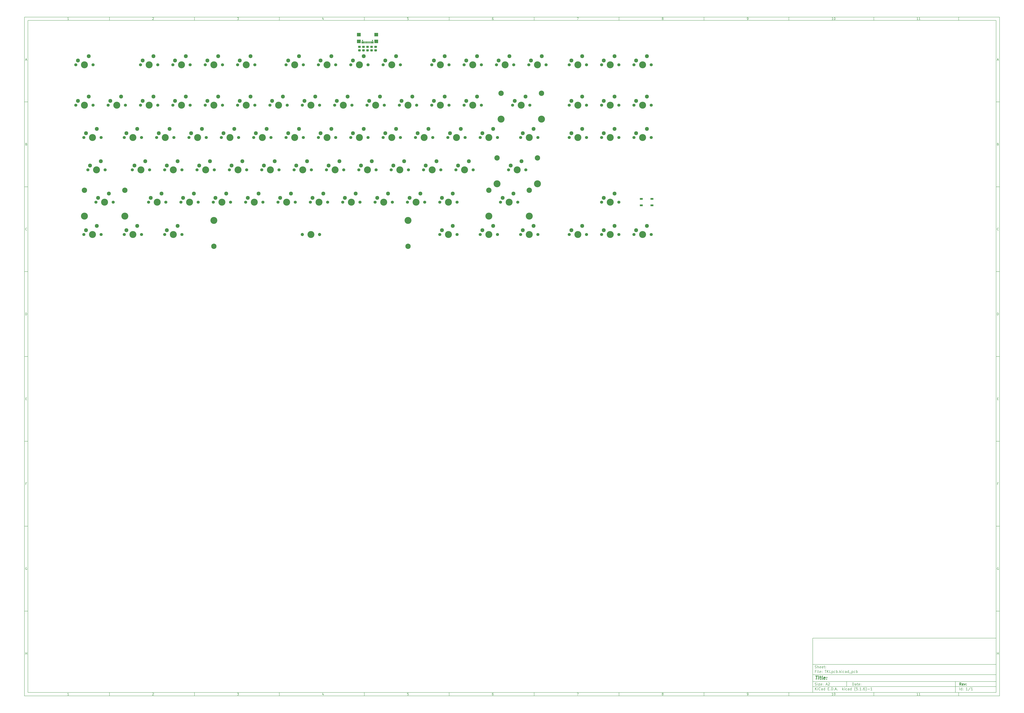
<source format=gbr>
%TF.GenerationSoftware,KiCad,Pcbnew,(5.1.6)-1*%
%TF.CreationDate,2020-07-25T19:19:23-04:00*%
%TF.ProjectId,TKLpcb,544b4c70-6362-42e6-9b69-6361645f7063,rev?*%
%TF.SameCoordinates,Original*%
%TF.FileFunction,Soldermask,Top*%
%TF.FilePolarity,Negative*%
%FSLAX46Y46*%
G04 Gerber Fmt 4.6, Leading zero omitted, Abs format (unit mm)*
G04 Created by KiCad (PCBNEW (5.1.6)-1) date 2020-07-25 19:19:23*
%MOMM*%
%LPD*%
G01*
G04 APERTURE LIST*
%ADD10C,0.100000*%
%ADD11C,0.150000*%
%ADD12C,0.300000*%
%ADD13C,0.400000*%
%ADD14R,1.800000X1.100000*%
%ADD15C,1.800000*%
%ADD16C,4.100000*%
%ADD17C,2.300000*%
%ADD18C,4.087800*%
%ADD19C,1.850000*%
%ADD20C,3.148000*%
%ADD21C,3.150000*%
%ADD22C,0.750000*%
%ADD23R,2.280000X2.100000*%
%ADD24R,0.400000X1.250000*%
%ADD25R,0.700000X1.250000*%
G04 APERTURE END LIST*
D10*
D11*
X474004400Y-375989000D02*
X474004400Y-407989000D01*
X582004400Y-407989000D01*
X582004400Y-375989000D01*
X474004400Y-375989000D01*
D10*
D11*
X10000000Y-10000000D02*
X10000000Y-409989000D01*
X584004400Y-409989000D01*
X584004400Y-10000000D01*
X10000000Y-10000000D01*
D10*
D11*
X12000000Y-12000000D02*
X12000000Y-407989000D01*
X582004400Y-407989000D01*
X582004400Y-12000000D01*
X12000000Y-12000000D01*
D10*
D11*
X60000000Y-12000000D02*
X60000000Y-10000000D01*
D10*
D11*
X110000000Y-12000000D02*
X110000000Y-10000000D01*
D10*
D11*
X160000000Y-12000000D02*
X160000000Y-10000000D01*
D10*
D11*
X210000000Y-12000000D02*
X210000000Y-10000000D01*
D10*
D11*
X260000000Y-12000000D02*
X260000000Y-10000000D01*
D10*
D11*
X310000000Y-12000000D02*
X310000000Y-10000000D01*
D10*
D11*
X360000000Y-12000000D02*
X360000000Y-10000000D01*
D10*
D11*
X410000000Y-12000000D02*
X410000000Y-10000000D01*
D10*
D11*
X460000000Y-12000000D02*
X460000000Y-10000000D01*
D10*
D11*
X510000000Y-12000000D02*
X510000000Y-10000000D01*
D10*
D11*
X560000000Y-12000000D02*
X560000000Y-10000000D01*
D10*
D11*
X36065476Y-11588095D02*
X35322619Y-11588095D01*
X35694047Y-11588095D02*
X35694047Y-10288095D01*
X35570238Y-10473809D01*
X35446428Y-10597619D01*
X35322619Y-10659523D01*
D10*
D11*
X85322619Y-10411904D02*
X85384523Y-10350000D01*
X85508333Y-10288095D01*
X85817857Y-10288095D01*
X85941666Y-10350000D01*
X86003571Y-10411904D01*
X86065476Y-10535714D01*
X86065476Y-10659523D01*
X86003571Y-10845238D01*
X85260714Y-11588095D01*
X86065476Y-11588095D01*
D10*
D11*
X135260714Y-10288095D02*
X136065476Y-10288095D01*
X135632142Y-10783333D01*
X135817857Y-10783333D01*
X135941666Y-10845238D01*
X136003571Y-10907142D01*
X136065476Y-11030952D01*
X136065476Y-11340476D01*
X136003571Y-11464285D01*
X135941666Y-11526190D01*
X135817857Y-11588095D01*
X135446428Y-11588095D01*
X135322619Y-11526190D01*
X135260714Y-11464285D01*
D10*
D11*
X185941666Y-10721428D02*
X185941666Y-11588095D01*
X185632142Y-10226190D02*
X185322619Y-11154761D01*
X186127380Y-11154761D01*
D10*
D11*
X236003571Y-10288095D02*
X235384523Y-10288095D01*
X235322619Y-10907142D01*
X235384523Y-10845238D01*
X235508333Y-10783333D01*
X235817857Y-10783333D01*
X235941666Y-10845238D01*
X236003571Y-10907142D01*
X236065476Y-11030952D01*
X236065476Y-11340476D01*
X236003571Y-11464285D01*
X235941666Y-11526190D01*
X235817857Y-11588095D01*
X235508333Y-11588095D01*
X235384523Y-11526190D01*
X235322619Y-11464285D01*
D10*
D11*
X285941666Y-10288095D02*
X285694047Y-10288095D01*
X285570238Y-10350000D01*
X285508333Y-10411904D01*
X285384523Y-10597619D01*
X285322619Y-10845238D01*
X285322619Y-11340476D01*
X285384523Y-11464285D01*
X285446428Y-11526190D01*
X285570238Y-11588095D01*
X285817857Y-11588095D01*
X285941666Y-11526190D01*
X286003571Y-11464285D01*
X286065476Y-11340476D01*
X286065476Y-11030952D01*
X286003571Y-10907142D01*
X285941666Y-10845238D01*
X285817857Y-10783333D01*
X285570238Y-10783333D01*
X285446428Y-10845238D01*
X285384523Y-10907142D01*
X285322619Y-11030952D01*
D10*
D11*
X335260714Y-10288095D02*
X336127380Y-10288095D01*
X335570238Y-11588095D01*
D10*
D11*
X385570238Y-10845238D02*
X385446428Y-10783333D01*
X385384523Y-10721428D01*
X385322619Y-10597619D01*
X385322619Y-10535714D01*
X385384523Y-10411904D01*
X385446428Y-10350000D01*
X385570238Y-10288095D01*
X385817857Y-10288095D01*
X385941666Y-10350000D01*
X386003571Y-10411904D01*
X386065476Y-10535714D01*
X386065476Y-10597619D01*
X386003571Y-10721428D01*
X385941666Y-10783333D01*
X385817857Y-10845238D01*
X385570238Y-10845238D01*
X385446428Y-10907142D01*
X385384523Y-10969047D01*
X385322619Y-11092857D01*
X385322619Y-11340476D01*
X385384523Y-11464285D01*
X385446428Y-11526190D01*
X385570238Y-11588095D01*
X385817857Y-11588095D01*
X385941666Y-11526190D01*
X386003571Y-11464285D01*
X386065476Y-11340476D01*
X386065476Y-11092857D01*
X386003571Y-10969047D01*
X385941666Y-10907142D01*
X385817857Y-10845238D01*
D10*
D11*
X435446428Y-11588095D02*
X435694047Y-11588095D01*
X435817857Y-11526190D01*
X435879761Y-11464285D01*
X436003571Y-11278571D01*
X436065476Y-11030952D01*
X436065476Y-10535714D01*
X436003571Y-10411904D01*
X435941666Y-10350000D01*
X435817857Y-10288095D01*
X435570238Y-10288095D01*
X435446428Y-10350000D01*
X435384523Y-10411904D01*
X435322619Y-10535714D01*
X435322619Y-10845238D01*
X435384523Y-10969047D01*
X435446428Y-11030952D01*
X435570238Y-11092857D01*
X435817857Y-11092857D01*
X435941666Y-11030952D01*
X436003571Y-10969047D01*
X436065476Y-10845238D01*
D10*
D11*
X486065476Y-11588095D02*
X485322619Y-11588095D01*
X485694047Y-11588095D02*
X485694047Y-10288095D01*
X485570238Y-10473809D01*
X485446428Y-10597619D01*
X485322619Y-10659523D01*
X486870238Y-10288095D02*
X486994047Y-10288095D01*
X487117857Y-10350000D01*
X487179761Y-10411904D01*
X487241666Y-10535714D01*
X487303571Y-10783333D01*
X487303571Y-11092857D01*
X487241666Y-11340476D01*
X487179761Y-11464285D01*
X487117857Y-11526190D01*
X486994047Y-11588095D01*
X486870238Y-11588095D01*
X486746428Y-11526190D01*
X486684523Y-11464285D01*
X486622619Y-11340476D01*
X486560714Y-11092857D01*
X486560714Y-10783333D01*
X486622619Y-10535714D01*
X486684523Y-10411904D01*
X486746428Y-10350000D01*
X486870238Y-10288095D01*
D10*
D11*
X536065476Y-11588095D02*
X535322619Y-11588095D01*
X535694047Y-11588095D02*
X535694047Y-10288095D01*
X535570238Y-10473809D01*
X535446428Y-10597619D01*
X535322619Y-10659523D01*
X537303571Y-11588095D02*
X536560714Y-11588095D01*
X536932142Y-11588095D02*
X536932142Y-10288095D01*
X536808333Y-10473809D01*
X536684523Y-10597619D01*
X536560714Y-10659523D01*
D10*
D11*
X60000000Y-407989000D02*
X60000000Y-409989000D01*
D10*
D11*
X110000000Y-407989000D02*
X110000000Y-409989000D01*
D10*
D11*
X160000000Y-407989000D02*
X160000000Y-409989000D01*
D10*
D11*
X210000000Y-407989000D02*
X210000000Y-409989000D01*
D10*
D11*
X260000000Y-407989000D02*
X260000000Y-409989000D01*
D10*
D11*
X310000000Y-407989000D02*
X310000000Y-409989000D01*
D10*
D11*
X360000000Y-407989000D02*
X360000000Y-409989000D01*
D10*
D11*
X410000000Y-407989000D02*
X410000000Y-409989000D01*
D10*
D11*
X460000000Y-407989000D02*
X460000000Y-409989000D01*
D10*
D11*
X510000000Y-407989000D02*
X510000000Y-409989000D01*
D10*
D11*
X560000000Y-407989000D02*
X560000000Y-409989000D01*
D10*
D11*
X36065476Y-409577095D02*
X35322619Y-409577095D01*
X35694047Y-409577095D02*
X35694047Y-408277095D01*
X35570238Y-408462809D01*
X35446428Y-408586619D01*
X35322619Y-408648523D01*
D10*
D11*
X85322619Y-408400904D02*
X85384523Y-408339000D01*
X85508333Y-408277095D01*
X85817857Y-408277095D01*
X85941666Y-408339000D01*
X86003571Y-408400904D01*
X86065476Y-408524714D01*
X86065476Y-408648523D01*
X86003571Y-408834238D01*
X85260714Y-409577095D01*
X86065476Y-409577095D01*
D10*
D11*
X135260714Y-408277095D02*
X136065476Y-408277095D01*
X135632142Y-408772333D01*
X135817857Y-408772333D01*
X135941666Y-408834238D01*
X136003571Y-408896142D01*
X136065476Y-409019952D01*
X136065476Y-409329476D01*
X136003571Y-409453285D01*
X135941666Y-409515190D01*
X135817857Y-409577095D01*
X135446428Y-409577095D01*
X135322619Y-409515190D01*
X135260714Y-409453285D01*
D10*
D11*
X185941666Y-408710428D02*
X185941666Y-409577095D01*
X185632142Y-408215190D02*
X185322619Y-409143761D01*
X186127380Y-409143761D01*
D10*
D11*
X236003571Y-408277095D02*
X235384523Y-408277095D01*
X235322619Y-408896142D01*
X235384523Y-408834238D01*
X235508333Y-408772333D01*
X235817857Y-408772333D01*
X235941666Y-408834238D01*
X236003571Y-408896142D01*
X236065476Y-409019952D01*
X236065476Y-409329476D01*
X236003571Y-409453285D01*
X235941666Y-409515190D01*
X235817857Y-409577095D01*
X235508333Y-409577095D01*
X235384523Y-409515190D01*
X235322619Y-409453285D01*
D10*
D11*
X285941666Y-408277095D02*
X285694047Y-408277095D01*
X285570238Y-408339000D01*
X285508333Y-408400904D01*
X285384523Y-408586619D01*
X285322619Y-408834238D01*
X285322619Y-409329476D01*
X285384523Y-409453285D01*
X285446428Y-409515190D01*
X285570238Y-409577095D01*
X285817857Y-409577095D01*
X285941666Y-409515190D01*
X286003571Y-409453285D01*
X286065476Y-409329476D01*
X286065476Y-409019952D01*
X286003571Y-408896142D01*
X285941666Y-408834238D01*
X285817857Y-408772333D01*
X285570238Y-408772333D01*
X285446428Y-408834238D01*
X285384523Y-408896142D01*
X285322619Y-409019952D01*
D10*
D11*
X335260714Y-408277095D02*
X336127380Y-408277095D01*
X335570238Y-409577095D01*
D10*
D11*
X385570238Y-408834238D02*
X385446428Y-408772333D01*
X385384523Y-408710428D01*
X385322619Y-408586619D01*
X385322619Y-408524714D01*
X385384523Y-408400904D01*
X385446428Y-408339000D01*
X385570238Y-408277095D01*
X385817857Y-408277095D01*
X385941666Y-408339000D01*
X386003571Y-408400904D01*
X386065476Y-408524714D01*
X386065476Y-408586619D01*
X386003571Y-408710428D01*
X385941666Y-408772333D01*
X385817857Y-408834238D01*
X385570238Y-408834238D01*
X385446428Y-408896142D01*
X385384523Y-408958047D01*
X385322619Y-409081857D01*
X385322619Y-409329476D01*
X385384523Y-409453285D01*
X385446428Y-409515190D01*
X385570238Y-409577095D01*
X385817857Y-409577095D01*
X385941666Y-409515190D01*
X386003571Y-409453285D01*
X386065476Y-409329476D01*
X386065476Y-409081857D01*
X386003571Y-408958047D01*
X385941666Y-408896142D01*
X385817857Y-408834238D01*
D10*
D11*
X435446428Y-409577095D02*
X435694047Y-409577095D01*
X435817857Y-409515190D01*
X435879761Y-409453285D01*
X436003571Y-409267571D01*
X436065476Y-409019952D01*
X436065476Y-408524714D01*
X436003571Y-408400904D01*
X435941666Y-408339000D01*
X435817857Y-408277095D01*
X435570238Y-408277095D01*
X435446428Y-408339000D01*
X435384523Y-408400904D01*
X435322619Y-408524714D01*
X435322619Y-408834238D01*
X435384523Y-408958047D01*
X435446428Y-409019952D01*
X435570238Y-409081857D01*
X435817857Y-409081857D01*
X435941666Y-409019952D01*
X436003571Y-408958047D01*
X436065476Y-408834238D01*
D10*
D11*
X486065476Y-409577095D02*
X485322619Y-409577095D01*
X485694047Y-409577095D02*
X485694047Y-408277095D01*
X485570238Y-408462809D01*
X485446428Y-408586619D01*
X485322619Y-408648523D01*
X486870238Y-408277095D02*
X486994047Y-408277095D01*
X487117857Y-408339000D01*
X487179761Y-408400904D01*
X487241666Y-408524714D01*
X487303571Y-408772333D01*
X487303571Y-409081857D01*
X487241666Y-409329476D01*
X487179761Y-409453285D01*
X487117857Y-409515190D01*
X486994047Y-409577095D01*
X486870238Y-409577095D01*
X486746428Y-409515190D01*
X486684523Y-409453285D01*
X486622619Y-409329476D01*
X486560714Y-409081857D01*
X486560714Y-408772333D01*
X486622619Y-408524714D01*
X486684523Y-408400904D01*
X486746428Y-408339000D01*
X486870238Y-408277095D01*
D10*
D11*
X536065476Y-409577095D02*
X535322619Y-409577095D01*
X535694047Y-409577095D02*
X535694047Y-408277095D01*
X535570238Y-408462809D01*
X535446428Y-408586619D01*
X535322619Y-408648523D01*
X537303571Y-409577095D02*
X536560714Y-409577095D01*
X536932142Y-409577095D02*
X536932142Y-408277095D01*
X536808333Y-408462809D01*
X536684523Y-408586619D01*
X536560714Y-408648523D01*
D10*
D11*
X10000000Y-60000000D02*
X12000000Y-60000000D01*
D10*
D11*
X10000000Y-110000000D02*
X12000000Y-110000000D01*
D10*
D11*
X10000000Y-160000000D02*
X12000000Y-160000000D01*
D10*
D11*
X10000000Y-210000000D02*
X12000000Y-210000000D01*
D10*
D11*
X10000000Y-260000000D02*
X12000000Y-260000000D01*
D10*
D11*
X10000000Y-310000000D02*
X12000000Y-310000000D01*
D10*
D11*
X10000000Y-360000000D02*
X12000000Y-360000000D01*
D10*
D11*
X10690476Y-35216666D02*
X11309523Y-35216666D01*
X10566666Y-35588095D02*
X11000000Y-34288095D01*
X11433333Y-35588095D01*
D10*
D11*
X11092857Y-84907142D02*
X11278571Y-84969047D01*
X11340476Y-85030952D01*
X11402380Y-85154761D01*
X11402380Y-85340476D01*
X11340476Y-85464285D01*
X11278571Y-85526190D01*
X11154761Y-85588095D01*
X10659523Y-85588095D01*
X10659523Y-84288095D01*
X11092857Y-84288095D01*
X11216666Y-84350000D01*
X11278571Y-84411904D01*
X11340476Y-84535714D01*
X11340476Y-84659523D01*
X11278571Y-84783333D01*
X11216666Y-84845238D01*
X11092857Y-84907142D01*
X10659523Y-84907142D01*
D10*
D11*
X11402380Y-135464285D02*
X11340476Y-135526190D01*
X11154761Y-135588095D01*
X11030952Y-135588095D01*
X10845238Y-135526190D01*
X10721428Y-135402380D01*
X10659523Y-135278571D01*
X10597619Y-135030952D01*
X10597619Y-134845238D01*
X10659523Y-134597619D01*
X10721428Y-134473809D01*
X10845238Y-134350000D01*
X11030952Y-134288095D01*
X11154761Y-134288095D01*
X11340476Y-134350000D01*
X11402380Y-134411904D01*
D10*
D11*
X10659523Y-185588095D02*
X10659523Y-184288095D01*
X10969047Y-184288095D01*
X11154761Y-184350000D01*
X11278571Y-184473809D01*
X11340476Y-184597619D01*
X11402380Y-184845238D01*
X11402380Y-185030952D01*
X11340476Y-185278571D01*
X11278571Y-185402380D01*
X11154761Y-185526190D01*
X10969047Y-185588095D01*
X10659523Y-185588095D01*
D10*
D11*
X10721428Y-234907142D02*
X11154761Y-234907142D01*
X11340476Y-235588095D02*
X10721428Y-235588095D01*
X10721428Y-234288095D01*
X11340476Y-234288095D01*
D10*
D11*
X11185714Y-284907142D02*
X10752380Y-284907142D01*
X10752380Y-285588095D02*
X10752380Y-284288095D01*
X11371428Y-284288095D01*
D10*
D11*
X11340476Y-334350000D02*
X11216666Y-334288095D01*
X11030952Y-334288095D01*
X10845238Y-334350000D01*
X10721428Y-334473809D01*
X10659523Y-334597619D01*
X10597619Y-334845238D01*
X10597619Y-335030952D01*
X10659523Y-335278571D01*
X10721428Y-335402380D01*
X10845238Y-335526190D01*
X11030952Y-335588095D01*
X11154761Y-335588095D01*
X11340476Y-335526190D01*
X11402380Y-335464285D01*
X11402380Y-335030952D01*
X11154761Y-335030952D01*
D10*
D11*
X10628571Y-385588095D02*
X10628571Y-384288095D01*
X10628571Y-384907142D02*
X11371428Y-384907142D01*
X11371428Y-385588095D02*
X11371428Y-384288095D01*
D10*
D11*
X584004400Y-60000000D02*
X582004400Y-60000000D01*
D10*
D11*
X584004400Y-110000000D02*
X582004400Y-110000000D01*
D10*
D11*
X584004400Y-160000000D02*
X582004400Y-160000000D01*
D10*
D11*
X584004400Y-210000000D02*
X582004400Y-210000000D01*
D10*
D11*
X584004400Y-260000000D02*
X582004400Y-260000000D01*
D10*
D11*
X584004400Y-310000000D02*
X582004400Y-310000000D01*
D10*
D11*
X584004400Y-360000000D02*
X582004400Y-360000000D01*
D10*
D11*
X582694876Y-35216666D02*
X583313923Y-35216666D01*
X582571066Y-35588095D02*
X583004400Y-34288095D01*
X583437733Y-35588095D01*
D10*
D11*
X583097257Y-84907142D02*
X583282971Y-84969047D01*
X583344876Y-85030952D01*
X583406780Y-85154761D01*
X583406780Y-85340476D01*
X583344876Y-85464285D01*
X583282971Y-85526190D01*
X583159161Y-85588095D01*
X582663923Y-85588095D01*
X582663923Y-84288095D01*
X583097257Y-84288095D01*
X583221066Y-84350000D01*
X583282971Y-84411904D01*
X583344876Y-84535714D01*
X583344876Y-84659523D01*
X583282971Y-84783333D01*
X583221066Y-84845238D01*
X583097257Y-84907142D01*
X582663923Y-84907142D01*
D10*
D11*
X583406780Y-135464285D02*
X583344876Y-135526190D01*
X583159161Y-135588095D01*
X583035352Y-135588095D01*
X582849638Y-135526190D01*
X582725828Y-135402380D01*
X582663923Y-135278571D01*
X582602019Y-135030952D01*
X582602019Y-134845238D01*
X582663923Y-134597619D01*
X582725828Y-134473809D01*
X582849638Y-134350000D01*
X583035352Y-134288095D01*
X583159161Y-134288095D01*
X583344876Y-134350000D01*
X583406780Y-134411904D01*
D10*
D11*
X582663923Y-185588095D02*
X582663923Y-184288095D01*
X582973447Y-184288095D01*
X583159161Y-184350000D01*
X583282971Y-184473809D01*
X583344876Y-184597619D01*
X583406780Y-184845238D01*
X583406780Y-185030952D01*
X583344876Y-185278571D01*
X583282971Y-185402380D01*
X583159161Y-185526190D01*
X582973447Y-185588095D01*
X582663923Y-185588095D01*
D10*
D11*
X582725828Y-234907142D02*
X583159161Y-234907142D01*
X583344876Y-235588095D02*
X582725828Y-235588095D01*
X582725828Y-234288095D01*
X583344876Y-234288095D01*
D10*
D11*
X583190114Y-284907142D02*
X582756780Y-284907142D01*
X582756780Y-285588095D02*
X582756780Y-284288095D01*
X583375828Y-284288095D01*
D10*
D11*
X583344876Y-334350000D02*
X583221066Y-334288095D01*
X583035352Y-334288095D01*
X582849638Y-334350000D01*
X582725828Y-334473809D01*
X582663923Y-334597619D01*
X582602019Y-334845238D01*
X582602019Y-335030952D01*
X582663923Y-335278571D01*
X582725828Y-335402380D01*
X582849638Y-335526190D01*
X583035352Y-335588095D01*
X583159161Y-335588095D01*
X583344876Y-335526190D01*
X583406780Y-335464285D01*
X583406780Y-335030952D01*
X583159161Y-335030952D01*
D10*
D11*
X582632971Y-385588095D02*
X582632971Y-384288095D01*
X582632971Y-384907142D02*
X583375828Y-384907142D01*
X583375828Y-385588095D02*
X583375828Y-384288095D01*
D10*
D11*
X497436542Y-403767571D02*
X497436542Y-402267571D01*
X497793685Y-402267571D01*
X498007971Y-402339000D01*
X498150828Y-402481857D01*
X498222257Y-402624714D01*
X498293685Y-402910428D01*
X498293685Y-403124714D01*
X498222257Y-403410428D01*
X498150828Y-403553285D01*
X498007971Y-403696142D01*
X497793685Y-403767571D01*
X497436542Y-403767571D01*
X499579400Y-403767571D02*
X499579400Y-402981857D01*
X499507971Y-402839000D01*
X499365114Y-402767571D01*
X499079400Y-402767571D01*
X498936542Y-402839000D01*
X499579400Y-403696142D02*
X499436542Y-403767571D01*
X499079400Y-403767571D01*
X498936542Y-403696142D01*
X498865114Y-403553285D01*
X498865114Y-403410428D01*
X498936542Y-403267571D01*
X499079400Y-403196142D01*
X499436542Y-403196142D01*
X499579400Y-403124714D01*
X500079400Y-402767571D02*
X500650828Y-402767571D01*
X500293685Y-402267571D02*
X500293685Y-403553285D01*
X500365114Y-403696142D01*
X500507971Y-403767571D01*
X500650828Y-403767571D01*
X501722257Y-403696142D02*
X501579400Y-403767571D01*
X501293685Y-403767571D01*
X501150828Y-403696142D01*
X501079400Y-403553285D01*
X501079400Y-402981857D01*
X501150828Y-402839000D01*
X501293685Y-402767571D01*
X501579400Y-402767571D01*
X501722257Y-402839000D01*
X501793685Y-402981857D01*
X501793685Y-403124714D01*
X501079400Y-403267571D01*
X502436542Y-403624714D02*
X502507971Y-403696142D01*
X502436542Y-403767571D01*
X502365114Y-403696142D01*
X502436542Y-403624714D01*
X502436542Y-403767571D01*
X502436542Y-402839000D02*
X502507971Y-402910428D01*
X502436542Y-402981857D01*
X502365114Y-402910428D01*
X502436542Y-402839000D01*
X502436542Y-402981857D01*
D10*
D11*
X474004400Y-404489000D02*
X582004400Y-404489000D01*
D10*
D11*
X475436542Y-406567571D02*
X475436542Y-405067571D01*
X476293685Y-406567571D02*
X475650828Y-405710428D01*
X476293685Y-405067571D02*
X475436542Y-405924714D01*
X476936542Y-406567571D02*
X476936542Y-405567571D01*
X476936542Y-405067571D02*
X476865114Y-405139000D01*
X476936542Y-405210428D01*
X477007971Y-405139000D01*
X476936542Y-405067571D01*
X476936542Y-405210428D01*
X478507971Y-406424714D02*
X478436542Y-406496142D01*
X478222257Y-406567571D01*
X478079400Y-406567571D01*
X477865114Y-406496142D01*
X477722257Y-406353285D01*
X477650828Y-406210428D01*
X477579400Y-405924714D01*
X477579400Y-405710428D01*
X477650828Y-405424714D01*
X477722257Y-405281857D01*
X477865114Y-405139000D01*
X478079400Y-405067571D01*
X478222257Y-405067571D01*
X478436542Y-405139000D01*
X478507971Y-405210428D01*
X479793685Y-406567571D02*
X479793685Y-405781857D01*
X479722257Y-405639000D01*
X479579400Y-405567571D01*
X479293685Y-405567571D01*
X479150828Y-405639000D01*
X479793685Y-406496142D02*
X479650828Y-406567571D01*
X479293685Y-406567571D01*
X479150828Y-406496142D01*
X479079400Y-406353285D01*
X479079400Y-406210428D01*
X479150828Y-406067571D01*
X479293685Y-405996142D01*
X479650828Y-405996142D01*
X479793685Y-405924714D01*
X481150828Y-406567571D02*
X481150828Y-405067571D01*
X481150828Y-406496142D02*
X481007971Y-406567571D01*
X480722257Y-406567571D01*
X480579400Y-406496142D01*
X480507971Y-406424714D01*
X480436542Y-406281857D01*
X480436542Y-405853285D01*
X480507971Y-405710428D01*
X480579400Y-405639000D01*
X480722257Y-405567571D01*
X481007971Y-405567571D01*
X481150828Y-405639000D01*
X483007971Y-405781857D02*
X483507971Y-405781857D01*
X483722257Y-406567571D02*
X483007971Y-406567571D01*
X483007971Y-405067571D01*
X483722257Y-405067571D01*
X484365114Y-406424714D02*
X484436542Y-406496142D01*
X484365114Y-406567571D01*
X484293685Y-406496142D01*
X484365114Y-406424714D01*
X484365114Y-406567571D01*
X485079400Y-406567571D02*
X485079400Y-405067571D01*
X485436542Y-405067571D01*
X485650828Y-405139000D01*
X485793685Y-405281857D01*
X485865114Y-405424714D01*
X485936542Y-405710428D01*
X485936542Y-405924714D01*
X485865114Y-406210428D01*
X485793685Y-406353285D01*
X485650828Y-406496142D01*
X485436542Y-406567571D01*
X485079400Y-406567571D01*
X486579400Y-406424714D02*
X486650828Y-406496142D01*
X486579400Y-406567571D01*
X486507971Y-406496142D01*
X486579400Y-406424714D01*
X486579400Y-406567571D01*
X487222257Y-406139000D02*
X487936542Y-406139000D01*
X487079400Y-406567571D02*
X487579400Y-405067571D01*
X488079400Y-406567571D01*
X488579400Y-406424714D02*
X488650828Y-406496142D01*
X488579400Y-406567571D01*
X488507971Y-406496142D01*
X488579400Y-406424714D01*
X488579400Y-406567571D01*
X491579400Y-406567571D02*
X491579400Y-405067571D01*
X491722257Y-405996142D02*
X492150828Y-406567571D01*
X492150828Y-405567571D02*
X491579400Y-406139000D01*
X492793685Y-406567571D02*
X492793685Y-405567571D01*
X492793685Y-405067571D02*
X492722257Y-405139000D01*
X492793685Y-405210428D01*
X492865114Y-405139000D01*
X492793685Y-405067571D01*
X492793685Y-405210428D01*
X494150828Y-406496142D02*
X494007971Y-406567571D01*
X493722257Y-406567571D01*
X493579400Y-406496142D01*
X493507971Y-406424714D01*
X493436542Y-406281857D01*
X493436542Y-405853285D01*
X493507971Y-405710428D01*
X493579400Y-405639000D01*
X493722257Y-405567571D01*
X494007971Y-405567571D01*
X494150828Y-405639000D01*
X495436542Y-406567571D02*
X495436542Y-405781857D01*
X495365114Y-405639000D01*
X495222257Y-405567571D01*
X494936542Y-405567571D01*
X494793685Y-405639000D01*
X495436542Y-406496142D02*
X495293685Y-406567571D01*
X494936542Y-406567571D01*
X494793685Y-406496142D01*
X494722257Y-406353285D01*
X494722257Y-406210428D01*
X494793685Y-406067571D01*
X494936542Y-405996142D01*
X495293685Y-405996142D01*
X495436542Y-405924714D01*
X496793685Y-406567571D02*
X496793685Y-405067571D01*
X496793685Y-406496142D02*
X496650828Y-406567571D01*
X496365114Y-406567571D01*
X496222257Y-406496142D01*
X496150828Y-406424714D01*
X496079400Y-406281857D01*
X496079400Y-405853285D01*
X496150828Y-405710428D01*
X496222257Y-405639000D01*
X496365114Y-405567571D01*
X496650828Y-405567571D01*
X496793685Y-405639000D01*
X499079400Y-407139000D02*
X499007971Y-407067571D01*
X498865114Y-406853285D01*
X498793685Y-406710428D01*
X498722257Y-406496142D01*
X498650828Y-406139000D01*
X498650828Y-405853285D01*
X498722257Y-405496142D01*
X498793685Y-405281857D01*
X498865114Y-405139000D01*
X499007971Y-404924714D01*
X499079400Y-404853285D01*
X500365114Y-405067571D02*
X499650828Y-405067571D01*
X499579400Y-405781857D01*
X499650828Y-405710428D01*
X499793685Y-405639000D01*
X500150828Y-405639000D01*
X500293685Y-405710428D01*
X500365114Y-405781857D01*
X500436542Y-405924714D01*
X500436542Y-406281857D01*
X500365114Y-406424714D01*
X500293685Y-406496142D01*
X500150828Y-406567571D01*
X499793685Y-406567571D01*
X499650828Y-406496142D01*
X499579400Y-406424714D01*
X501079400Y-406424714D02*
X501150828Y-406496142D01*
X501079400Y-406567571D01*
X501007971Y-406496142D01*
X501079400Y-406424714D01*
X501079400Y-406567571D01*
X502579400Y-406567571D02*
X501722257Y-406567571D01*
X502150828Y-406567571D02*
X502150828Y-405067571D01*
X502007971Y-405281857D01*
X501865114Y-405424714D01*
X501722257Y-405496142D01*
X503222257Y-406424714D02*
X503293685Y-406496142D01*
X503222257Y-406567571D01*
X503150828Y-406496142D01*
X503222257Y-406424714D01*
X503222257Y-406567571D01*
X504579400Y-405067571D02*
X504293685Y-405067571D01*
X504150828Y-405139000D01*
X504079400Y-405210428D01*
X503936542Y-405424714D01*
X503865114Y-405710428D01*
X503865114Y-406281857D01*
X503936542Y-406424714D01*
X504007971Y-406496142D01*
X504150828Y-406567571D01*
X504436542Y-406567571D01*
X504579400Y-406496142D01*
X504650828Y-406424714D01*
X504722257Y-406281857D01*
X504722257Y-405924714D01*
X504650828Y-405781857D01*
X504579400Y-405710428D01*
X504436542Y-405639000D01*
X504150828Y-405639000D01*
X504007971Y-405710428D01*
X503936542Y-405781857D01*
X503865114Y-405924714D01*
X505222257Y-407139000D02*
X505293685Y-407067571D01*
X505436542Y-406853285D01*
X505507971Y-406710428D01*
X505579400Y-406496142D01*
X505650828Y-406139000D01*
X505650828Y-405853285D01*
X505579400Y-405496142D01*
X505507971Y-405281857D01*
X505436542Y-405139000D01*
X505293685Y-404924714D01*
X505222257Y-404853285D01*
X506365114Y-405996142D02*
X507507971Y-405996142D01*
X509007971Y-406567571D02*
X508150828Y-406567571D01*
X508579400Y-406567571D02*
X508579400Y-405067571D01*
X508436542Y-405281857D01*
X508293685Y-405424714D01*
X508150828Y-405496142D01*
D10*
D11*
X474004400Y-401489000D02*
X582004400Y-401489000D01*
D10*
D12*
X561413685Y-403767571D02*
X560913685Y-403053285D01*
X560556542Y-403767571D02*
X560556542Y-402267571D01*
X561127971Y-402267571D01*
X561270828Y-402339000D01*
X561342257Y-402410428D01*
X561413685Y-402553285D01*
X561413685Y-402767571D01*
X561342257Y-402910428D01*
X561270828Y-402981857D01*
X561127971Y-403053285D01*
X560556542Y-403053285D01*
X562627971Y-403696142D02*
X562485114Y-403767571D01*
X562199400Y-403767571D01*
X562056542Y-403696142D01*
X561985114Y-403553285D01*
X561985114Y-402981857D01*
X562056542Y-402839000D01*
X562199400Y-402767571D01*
X562485114Y-402767571D01*
X562627971Y-402839000D01*
X562699400Y-402981857D01*
X562699400Y-403124714D01*
X561985114Y-403267571D01*
X563199400Y-402767571D02*
X563556542Y-403767571D01*
X563913685Y-402767571D01*
X564485114Y-403624714D02*
X564556542Y-403696142D01*
X564485114Y-403767571D01*
X564413685Y-403696142D01*
X564485114Y-403624714D01*
X564485114Y-403767571D01*
X564485114Y-402839000D02*
X564556542Y-402910428D01*
X564485114Y-402981857D01*
X564413685Y-402910428D01*
X564485114Y-402839000D01*
X564485114Y-402981857D01*
D10*
D11*
X475365114Y-403696142D02*
X475579400Y-403767571D01*
X475936542Y-403767571D01*
X476079400Y-403696142D01*
X476150828Y-403624714D01*
X476222257Y-403481857D01*
X476222257Y-403339000D01*
X476150828Y-403196142D01*
X476079400Y-403124714D01*
X475936542Y-403053285D01*
X475650828Y-402981857D01*
X475507971Y-402910428D01*
X475436542Y-402839000D01*
X475365114Y-402696142D01*
X475365114Y-402553285D01*
X475436542Y-402410428D01*
X475507971Y-402339000D01*
X475650828Y-402267571D01*
X476007971Y-402267571D01*
X476222257Y-402339000D01*
X476865114Y-403767571D02*
X476865114Y-402767571D01*
X476865114Y-402267571D02*
X476793685Y-402339000D01*
X476865114Y-402410428D01*
X476936542Y-402339000D01*
X476865114Y-402267571D01*
X476865114Y-402410428D01*
X477436542Y-402767571D02*
X478222257Y-402767571D01*
X477436542Y-403767571D01*
X478222257Y-403767571D01*
X479365114Y-403696142D02*
X479222257Y-403767571D01*
X478936542Y-403767571D01*
X478793685Y-403696142D01*
X478722257Y-403553285D01*
X478722257Y-402981857D01*
X478793685Y-402839000D01*
X478936542Y-402767571D01*
X479222257Y-402767571D01*
X479365114Y-402839000D01*
X479436542Y-402981857D01*
X479436542Y-403124714D01*
X478722257Y-403267571D01*
X480079400Y-403624714D02*
X480150828Y-403696142D01*
X480079400Y-403767571D01*
X480007971Y-403696142D01*
X480079400Y-403624714D01*
X480079400Y-403767571D01*
X480079400Y-402839000D02*
X480150828Y-402910428D01*
X480079400Y-402981857D01*
X480007971Y-402910428D01*
X480079400Y-402839000D01*
X480079400Y-402981857D01*
X481865114Y-403339000D02*
X482579400Y-403339000D01*
X481722257Y-403767571D02*
X482222257Y-402267571D01*
X482722257Y-403767571D01*
X483150828Y-402410428D02*
X483222257Y-402339000D01*
X483365114Y-402267571D01*
X483722257Y-402267571D01*
X483865114Y-402339000D01*
X483936542Y-402410428D01*
X484007971Y-402553285D01*
X484007971Y-402696142D01*
X483936542Y-402910428D01*
X483079400Y-403767571D01*
X484007971Y-403767571D01*
D10*
D11*
X560436542Y-406567571D02*
X560436542Y-405067571D01*
X561793685Y-406567571D02*
X561793685Y-405067571D01*
X561793685Y-406496142D02*
X561650828Y-406567571D01*
X561365114Y-406567571D01*
X561222257Y-406496142D01*
X561150828Y-406424714D01*
X561079400Y-406281857D01*
X561079400Y-405853285D01*
X561150828Y-405710428D01*
X561222257Y-405639000D01*
X561365114Y-405567571D01*
X561650828Y-405567571D01*
X561793685Y-405639000D01*
X562507971Y-406424714D02*
X562579400Y-406496142D01*
X562507971Y-406567571D01*
X562436542Y-406496142D01*
X562507971Y-406424714D01*
X562507971Y-406567571D01*
X562507971Y-405639000D02*
X562579400Y-405710428D01*
X562507971Y-405781857D01*
X562436542Y-405710428D01*
X562507971Y-405639000D01*
X562507971Y-405781857D01*
X565150828Y-406567571D02*
X564293685Y-406567571D01*
X564722257Y-406567571D02*
X564722257Y-405067571D01*
X564579400Y-405281857D01*
X564436542Y-405424714D01*
X564293685Y-405496142D01*
X566865114Y-404996142D02*
X565579400Y-406924714D01*
X568150828Y-406567571D02*
X567293685Y-406567571D01*
X567722257Y-406567571D02*
X567722257Y-405067571D01*
X567579400Y-405281857D01*
X567436542Y-405424714D01*
X567293685Y-405496142D01*
D10*
D11*
X474004400Y-397489000D02*
X582004400Y-397489000D01*
D10*
D13*
X475716780Y-398193761D02*
X476859638Y-398193761D01*
X476038209Y-400193761D02*
X476288209Y-398193761D01*
X477276304Y-400193761D02*
X477442971Y-398860428D01*
X477526304Y-398193761D02*
X477419161Y-398289000D01*
X477502495Y-398384238D01*
X477609638Y-398289000D01*
X477526304Y-398193761D01*
X477502495Y-398384238D01*
X478109638Y-398860428D02*
X478871542Y-398860428D01*
X478478685Y-398193761D02*
X478264400Y-399908047D01*
X478335828Y-400098523D01*
X478514400Y-400193761D01*
X478704876Y-400193761D01*
X479657257Y-400193761D02*
X479478685Y-400098523D01*
X479407257Y-399908047D01*
X479621542Y-398193761D01*
X481192971Y-400098523D02*
X480990590Y-400193761D01*
X480609638Y-400193761D01*
X480431066Y-400098523D01*
X480359638Y-399908047D01*
X480454876Y-399146142D01*
X480573923Y-398955666D01*
X480776304Y-398860428D01*
X481157257Y-398860428D01*
X481335828Y-398955666D01*
X481407257Y-399146142D01*
X481383447Y-399336619D01*
X480407257Y-399527095D01*
X482157257Y-400003285D02*
X482240590Y-400098523D01*
X482133447Y-400193761D01*
X482050114Y-400098523D01*
X482157257Y-400003285D01*
X482133447Y-400193761D01*
X482288209Y-398955666D02*
X482371542Y-399050904D01*
X482264400Y-399146142D01*
X482181066Y-399050904D01*
X482288209Y-398955666D01*
X482264400Y-399146142D01*
D10*
D11*
X475936542Y-395581857D02*
X475436542Y-395581857D01*
X475436542Y-396367571D02*
X475436542Y-394867571D01*
X476150828Y-394867571D01*
X476722257Y-396367571D02*
X476722257Y-395367571D01*
X476722257Y-394867571D02*
X476650828Y-394939000D01*
X476722257Y-395010428D01*
X476793685Y-394939000D01*
X476722257Y-394867571D01*
X476722257Y-395010428D01*
X477650828Y-396367571D02*
X477507971Y-396296142D01*
X477436542Y-396153285D01*
X477436542Y-394867571D01*
X478793685Y-396296142D02*
X478650828Y-396367571D01*
X478365114Y-396367571D01*
X478222257Y-396296142D01*
X478150828Y-396153285D01*
X478150828Y-395581857D01*
X478222257Y-395439000D01*
X478365114Y-395367571D01*
X478650828Y-395367571D01*
X478793685Y-395439000D01*
X478865114Y-395581857D01*
X478865114Y-395724714D01*
X478150828Y-395867571D01*
X479507971Y-396224714D02*
X479579400Y-396296142D01*
X479507971Y-396367571D01*
X479436542Y-396296142D01*
X479507971Y-396224714D01*
X479507971Y-396367571D01*
X479507971Y-395439000D02*
X479579400Y-395510428D01*
X479507971Y-395581857D01*
X479436542Y-395510428D01*
X479507971Y-395439000D01*
X479507971Y-395581857D01*
X481150828Y-394867571D02*
X482007971Y-394867571D01*
X481579400Y-396367571D02*
X481579400Y-394867571D01*
X482507971Y-396367571D02*
X482507971Y-394867571D01*
X483365114Y-396367571D02*
X482722257Y-395510428D01*
X483365114Y-394867571D02*
X482507971Y-395724714D01*
X484722257Y-396367571D02*
X484007971Y-396367571D01*
X484007971Y-394867571D01*
X485222257Y-395367571D02*
X485222257Y-396867571D01*
X485222257Y-395439000D02*
X485365114Y-395367571D01*
X485650828Y-395367571D01*
X485793685Y-395439000D01*
X485865114Y-395510428D01*
X485936542Y-395653285D01*
X485936542Y-396081857D01*
X485865114Y-396224714D01*
X485793685Y-396296142D01*
X485650828Y-396367571D01*
X485365114Y-396367571D01*
X485222257Y-396296142D01*
X487222257Y-396296142D02*
X487079400Y-396367571D01*
X486793685Y-396367571D01*
X486650828Y-396296142D01*
X486579400Y-396224714D01*
X486507971Y-396081857D01*
X486507971Y-395653285D01*
X486579400Y-395510428D01*
X486650828Y-395439000D01*
X486793685Y-395367571D01*
X487079400Y-395367571D01*
X487222257Y-395439000D01*
X487865114Y-396367571D02*
X487865114Y-394867571D01*
X487865114Y-395439000D02*
X488007971Y-395367571D01*
X488293685Y-395367571D01*
X488436542Y-395439000D01*
X488507971Y-395510428D01*
X488579400Y-395653285D01*
X488579400Y-396081857D01*
X488507971Y-396224714D01*
X488436542Y-396296142D01*
X488293685Y-396367571D01*
X488007971Y-396367571D01*
X487865114Y-396296142D01*
X489222257Y-396224714D02*
X489293685Y-396296142D01*
X489222257Y-396367571D01*
X489150828Y-396296142D01*
X489222257Y-396224714D01*
X489222257Y-396367571D01*
X489936542Y-396367571D02*
X489936542Y-394867571D01*
X490079400Y-395796142D02*
X490507971Y-396367571D01*
X490507971Y-395367571D02*
X489936542Y-395939000D01*
X491150828Y-396367571D02*
X491150828Y-395367571D01*
X491150828Y-394867571D02*
X491079400Y-394939000D01*
X491150828Y-395010428D01*
X491222257Y-394939000D01*
X491150828Y-394867571D01*
X491150828Y-395010428D01*
X492507971Y-396296142D02*
X492365114Y-396367571D01*
X492079400Y-396367571D01*
X491936542Y-396296142D01*
X491865114Y-396224714D01*
X491793685Y-396081857D01*
X491793685Y-395653285D01*
X491865114Y-395510428D01*
X491936542Y-395439000D01*
X492079400Y-395367571D01*
X492365114Y-395367571D01*
X492507971Y-395439000D01*
X493793685Y-396367571D02*
X493793685Y-395581857D01*
X493722257Y-395439000D01*
X493579400Y-395367571D01*
X493293685Y-395367571D01*
X493150828Y-395439000D01*
X493793685Y-396296142D02*
X493650828Y-396367571D01*
X493293685Y-396367571D01*
X493150828Y-396296142D01*
X493079400Y-396153285D01*
X493079400Y-396010428D01*
X493150828Y-395867571D01*
X493293685Y-395796142D01*
X493650828Y-395796142D01*
X493793685Y-395724714D01*
X495150828Y-396367571D02*
X495150828Y-394867571D01*
X495150828Y-396296142D02*
X495007971Y-396367571D01*
X494722257Y-396367571D01*
X494579400Y-396296142D01*
X494507971Y-396224714D01*
X494436542Y-396081857D01*
X494436542Y-395653285D01*
X494507971Y-395510428D01*
X494579400Y-395439000D01*
X494722257Y-395367571D01*
X495007971Y-395367571D01*
X495150828Y-395439000D01*
X495507971Y-396510428D02*
X496650828Y-396510428D01*
X497007971Y-395367571D02*
X497007971Y-396867571D01*
X497007971Y-395439000D02*
X497150828Y-395367571D01*
X497436542Y-395367571D01*
X497579400Y-395439000D01*
X497650828Y-395510428D01*
X497722257Y-395653285D01*
X497722257Y-396081857D01*
X497650828Y-396224714D01*
X497579400Y-396296142D01*
X497436542Y-396367571D01*
X497150828Y-396367571D01*
X497007971Y-396296142D01*
X499007971Y-396296142D02*
X498865114Y-396367571D01*
X498579400Y-396367571D01*
X498436542Y-396296142D01*
X498365114Y-396224714D01*
X498293685Y-396081857D01*
X498293685Y-395653285D01*
X498365114Y-395510428D01*
X498436542Y-395439000D01*
X498579400Y-395367571D01*
X498865114Y-395367571D01*
X499007971Y-395439000D01*
X499650828Y-396367571D02*
X499650828Y-394867571D01*
X499650828Y-395439000D02*
X499793685Y-395367571D01*
X500079400Y-395367571D01*
X500222257Y-395439000D01*
X500293685Y-395510428D01*
X500365114Y-395653285D01*
X500365114Y-396081857D01*
X500293685Y-396224714D01*
X500222257Y-396296142D01*
X500079400Y-396367571D01*
X499793685Y-396367571D01*
X499650828Y-396296142D01*
D10*
D11*
X474004400Y-391489000D02*
X582004400Y-391489000D01*
D10*
D11*
X475365114Y-393596142D02*
X475579400Y-393667571D01*
X475936542Y-393667571D01*
X476079400Y-393596142D01*
X476150828Y-393524714D01*
X476222257Y-393381857D01*
X476222257Y-393239000D01*
X476150828Y-393096142D01*
X476079400Y-393024714D01*
X475936542Y-392953285D01*
X475650828Y-392881857D01*
X475507971Y-392810428D01*
X475436542Y-392739000D01*
X475365114Y-392596142D01*
X475365114Y-392453285D01*
X475436542Y-392310428D01*
X475507971Y-392239000D01*
X475650828Y-392167571D01*
X476007971Y-392167571D01*
X476222257Y-392239000D01*
X476865114Y-393667571D02*
X476865114Y-392167571D01*
X477507971Y-393667571D02*
X477507971Y-392881857D01*
X477436542Y-392739000D01*
X477293685Y-392667571D01*
X477079400Y-392667571D01*
X476936542Y-392739000D01*
X476865114Y-392810428D01*
X478793685Y-393596142D02*
X478650828Y-393667571D01*
X478365114Y-393667571D01*
X478222257Y-393596142D01*
X478150828Y-393453285D01*
X478150828Y-392881857D01*
X478222257Y-392739000D01*
X478365114Y-392667571D01*
X478650828Y-392667571D01*
X478793685Y-392739000D01*
X478865114Y-392881857D01*
X478865114Y-393024714D01*
X478150828Y-393167571D01*
X480079400Y-393596142D02*
X479936542Y-393667571D01*
X479650828Y-393667571D01*
X479507971Y-393596142D01*
X479436542Y-393453285D01*
X479436542Y-392881857D01*
X479507971Y-392739000D01*
X479650828Y-392667571D01*
X479936542Y-392667571D01*
X480079400Y-392739000D01*
X480150828Y-392881857D01*
X480150828Y-393024714D01*
X479436542Y-393167571D01*
X480579400Y-392667571D02*
X481150828Y-392667571D01*
X480793685Y-392167571D02*
X480793685Y-393453285D01*
X480865114Y-393596142D01*
X481007971Y-393667571D01*
X481150828Y-393667571D01*
X481650828Y-393524714D02*
X481722257Y-393596142D01*
X481650828Y-393667571D01*
X481579400Y-393596142D01*
X481650828Y-393524714D01*
X481650828Y-393667571D01*
X481650828Y-392739000D02*
X481722257Y-392810428D01*
X481650828Y-392881857D01*
X481579400Y-392810428D01*
X481650828Y-392739000D01*
X481650828Y-392881857D01*
D10*
D11*
X494004400Y-401489000D02*
X494004400Y-404489000D01*
D10*
D11*
X558004400Y-401489000D02*
X558004400Y-407989000D01*
D14*
%TO.C,SW1*%
X379388000Y-120962000D03*
X373088000Y-120962000D03*
X379388000Y-117162000D03*
X373088000Y-117162000D03*
%TD*%
D15*
%TO.C,K86*%
X378936000Y-138112000D03*
X368776000Y-138112000D03*
D16*
X373856000Y-138112000D03*
D17*
X370046000Y-135572000D03*
X376396000Y-133032000D03*
%TD*%
D15*
%TO.C,K85*%
X359886000Y-138112000D03*
X349726000Y-138112000D03*
D16*
X354806000Y-138112000D03*
D17*
X350996000Y-135572000D03*
X357346000Y-133032000D03*
%TD*%
D15*
%TO.C,K84*%
X340836000Y-138112000D03*
X330676000Y-138112000D03*
D16*
X335756000Y-138112000D03*
D17*
X331946000Y-135572000D03*
X338296000Y-133032000D03*
%TD*%
D15*
%TO.C,K83*%
X312261000Y-138112000D03*
X302101000Y-138112000D03*
D16*
X307181000Y-138112000D03*
D17*
X303371000Y-135572000D03*
X309721000Y-133032000D03*
%TD*%
D15*
%TO.C,K82*%
X288449000Y-138112000D03*
X278289000Y-138112000D03*
D16*
X283369000Y-138112000D03*
D17*
X279559000Y-135572000D03*
X285909000Y-133032000D03*
%TD*%
D15*
%TO.C,K81*%
X264636000Y-138112000D03*
X254476000Y-138112000D03*
D16*
X259556000Y-138112000D03*
D17*
X255746000Y-135572000D03*
X262096000Y-133032000D03*
%TD*%
D18*
%TO.C,K80*%
X178594000Y-138112000D03*
D19*
X173514000Y-138112000D03*
X183674000Y-138112000D03*
D20*
X121444000Y-145097000D03*
X235744000Y-145097000D03*
D18*
X121444000Y-129857000D03*
X235744000Y-129857000D03*
%TD*%
D15*
%TO.C,K79*%
X102711000Y-138112000D03*
X92551000Y-138112000D03*
D16*
X97631000Y-138112000D03*
D17*
X93821000Y-135572000D03*
X100171000Y-133032000D03*
%TD*%
D15*
%TO.C,K78*%
X78898800Y-138112000D03*
X68738800Y-138112000D03*
D16*
X73818800Y-138112000D03*
D17*
X70008800Y-135572000D03*
X76358800Y-133032000D03*
%TD*%
D15*
%TO.C,K77*%
X55086200Y-138112000D03*
X44926200Y-138112000D03*
D16*
X50006200Y-138112000D03*
D17*
X46196200Y-135572000D03*
X52546200Y-133032000D03*
%TD*%
D15*
%TO.C,K76*%
X359886000Y-119062000D03*
X349726000Y-119062000D03*
D16*
X354806000Y-119062000D03*
D17*
X350996000Y-116522000D03*
X357346000Y-113982000D03*
%TD*%
D21*
%TO.C,K75*%
X307175000Y-112062000D03*
X283375000Y-112062000D03*
D16*
X283375000Y-127302000D03*
X307175000Y-127302000D03*
D15*
X300355000Y-119062000D03*
X290195000Y-119062000D03*
D16*
X295275000Y-119062000D03*
D17*
X291465000Y-116522000D03*
X297815000Y-113982000D03*
%TD*%
D15*
%TO.C,K74*%
X264636000Y-119062000D03*
X254476000Y-119062000D03*
D16*
X259556000Y-119062000D03*
D17*
X255746000Y-116522000D03*
X262096000Y-113982000D03*
%TD*%
D15*
%TO.C,K73*%
X245586000Y-119062000D03*
X235426000Y-119062000D03*
D16*
X240506000Y-119062000D03*
D17*
X236696000Y-116522000D03*
X243046000Y-113982000D03*
%TD*%
D15*
%TO.C,K72*%
X226536000Y-119062000D03*
X216376000Y-119062000D03*
D16*
X221456000Y-119062000D03*
D17*
X217646000Y-116522000D03*
X223996000Y-113982000D03*
%TD*%
D15*
%TO.C,K71*%
X207486000Y-119062000D03*
X197326000Y-119062000D03*
D16*
X202406000Y-119062000D03*
D17*
X198596000Y-116522000D03*
X204946000Y-113982000D03*
%TD*%
D15*
%TO.C,K70*%
X188436000Y-119062000D03*
X178276000Y-119062000D03*
D16*
X183356000Y-119062000D03*
D17*
X179546000Y-116522000D03*
X185896000Y-113982000D03*
%TD*%
D15*
%TO.C,K69*%
X169386000Y-119062000D03*
X159226000Y-119062000D03*
D16*
X164306000Y-119062000D03*
D17*
X160496000Y-116522000D03*
X166846000Y-113982000D03*
%TD*%
D15*
%TO.C,K68*%
X150336000Y-119062000D03*
X140176000Y-119062000D03*
D16*
X145256000Y-119062000D03*
D17*
X141446000Y-116522000D03*
X147796000Y-113982000D03*
%TD*%
D15*
%TO.C,K67*%
X131286000Y-119062000D03*
X121126000Y-119062000D03*
D16*
X126206000Y-119062000D03*
D17*
X122396000Y-116522000D03*
X128746000Y-113982000D03*
%TD*%
D15*
%TO.C,K66*%
X112236000Y-119062000D03*
X102076000Y-119062000D03*
D16*
X107156000Y-119062000D03*
D17*
X103346000Y-116522000D03*
X109696000Y-113982000D03*
%TD*%
D15*
%TO.C,K65*%
X93186200Y-119062000D03*
X83026200Y-119062000D03*
D16*
X88106200Y-119062000D03*
D17*
X84296200Y-116522000D03*
X90646200Y-113982000D03*
%TD*%
D21*
%TO.C,K64*%
X69050000Y-112062000D03*
X45250000Y-112062000D03*
D16*
X45250000Y-127302000D03*
X69050000Y-127302000D03*
D15*
X62230000Y-119062000D03*
X52070000Y-119062000D03*
D16*
X57150000Y-119062000D03*
D17*
X53340000Y-116522000D03*
X59690000Y-113982000D03*
%TD*%
D21*
%TO.C,K63*%
X311938000Y-93012500D03*
X288138000Y-93012500D03*
D16*
X288138000Y-108252500D03*
X311938000Y-108252500D03*
D15*
X305118000Y-100012500D03*
X294958000Y-100012500D03*
D16*
X300038000Y-100012500D03*
D17*
X296228000Y-97472500D03*
X302578000Y-94932500D03*
%TD*%
D15*
%TO.C,K62*%
X274161000Y-100012500D03*
X264001000Y-100012500D03*
D16*
X269081000Y-100012500D03*
D17*
X265271000Y-97472500D03*
X271621000Y-94932500D03*
%TD*%
D15*
%TO.C,K61*%
X255111000Y-100012500D03*
X244951000Y-100012500D03*
D16*
X250031000Y-100012500D03*
D17*
X246221000Y-97472500D03*
X252571000Y-94932500D03*
%TD*%
D15*
%TO.C,K60*%
X236061000Y-100012500D03*
X225901000Y-100012500D03*
D16*
X230981000Y-100012500D03*
D17*
X227171000Y-97472500D03*
X233521000Y-94932500D03*
%TD*%
D15*
%TO.C,K59*%
X217011000Y-100012500D03*
X206851000Y-100012500D03*
D16*
X211931000Y-100012500D03*
D17*
X208121000Y-97472500D03*
X214471000Y-94932500D03*
%TD*%
D15*
%TO.C,K58*%
X197961000Y-100012500D03*
X187801000Y-100012500D03*
D16*
X192881000Y-100012500D03*
D17*
X189071000Y-97472500D03*
X195421000Y-94932500D03*
%TD*%
D15*
%TO.C,K57*%
X178911000Y-100012500D03*
X168751000Y-100012500D03*
D16*
X173831000Y-100012500D03*
D17*
X170021000Y-97472500D03*
X176371000Y-94932500D03*
%TD*%
D15*
%TO.C,K56*%
X159861000Y-100012500D03*
X149701000Y-100012500D03*
D16*
X154781000Y-100012500D03*
D17*
X150971000Y-97472500D03*
X157321000Y-94932500D03*
%TD*%
D15*
%TO.C,K55*%
X140811000Y-100012500D03*
X130651000Y-100012500D03*
D16*
X135731000Y-100012500D03*
D17*
X131921000Y-97472500D03*
X138271000Y-94932500D03*
%TD*%
D15*
%TO.C,K54*%
X121761000Y-100012500D03*
X111601000Y-100012500D03*
D16*
X116681000Y-100012500D03*
D17*
X112871000Y-97472500D03*
X119221000Y-94932500D03*
%TD*%
D15*
%TO.C,K53*%
X102711000Y-100012500D03*
X92551000Y-100012500D03*
D16*
X97631000Y-100012500D03*
D17*
X93821000Y-97472500D03*
X100171000Y-94932500D03*
%TD*%
D15*
%TO.C,K52*%
X83661200Y-100012500D03*
X73501200Y-100012500D03*
D16*
X78581200Y-100012500D03*
D17*
X74771200Y-97472500D03*
X81121200Y-94932500D03*
%TD*%
D15*
%TO.C,K51*%
X57467500Y-100012500D03*
X47307500Y-100012500D03*
D16*
X52387500Y-100012500D03*
D17*
X48577500Y-97472500D03*
X54927500Y-94932500D03*
%TD*%
D15*
%TO.C,K50*%
X378936000Y-80962500D03*
X368776000Y-80962500D03*
D16*
X373856000Y-80962500D03*
D17*
X370046000Y-78422500D03*
X376396000Y-75882500D03*
%TD*%
D15*
%TO.C,K49*%
X359886000Y-80962500D03*
X349726000Y-80962500D03*
D16*
X354806000Y-80962500D03*
D17*
X350996000Y-78422500D03*
X357346000Y-75882500D03*
%TD*%
D15*
%TO.C,K48*%
X340836000Y-80962500D03*
X330676000Y-80962500D03*
D16*
X335756000Y-80962500D03*
D17*
X331946000Y-78422500D03*
X338296000Y-75882500D03*
%TD*%
D15*
%TO.C,K47*%
X312261000Y-80962500D03*
X302101000Y-80962500D03*
D16*
X307181000Y-80962500D03*
D17*
X303371000Y-78422500D03*
X309721000Y-75882500D03*
%TD*%
D15*
%TO.C,K46*%
X288449000Y-80962500D03*
X278289000Y-80962500D03*
D16*
X283369000Y-80962500D03*
D17*
X279559000Y-78422500D03*
X285909000Y-75882500D03*
%TD*%
D15*
%TO.C,K45*%
X269399000Y-80962500D03*
X259239000Y-80962500D03*
D16*
X264319000Y-80962500D03*
D17*
X260509000Y-78422500D03*
X266859000Y-75882500D03*
%TD*%
D15*
%TO.C,K44*%
X250349000Y-80962500D03*
X240189000Y-80962500D03*
D16*
X245269000Y-80962500D03*
D17*
X241459000Y-78422500D03*
X247809000Y-75882500D03*
%TD*%
D15*
%TO.C,K43*%
X231299000Y-80962500D03*
X221139000Y-80962500D03*
D16*
X226219000Y-80962500D03*
D17*
X222409000Y-78422500D03*
X228759000Y-75882500D03*
%TD*%
D15*
%TO.C,K42*%
X212249000Y-80962500D03*
X202089000Y-80962500D03*
D16*
X207169000Y-80962500D03*
D17*
X203359000Y-78422500D03*
X209709000Y-75882500D03*
%TD*%
D15*
%TO.C,K41*%
X193199000Y-80962500D03*
X183039000Y-80962500D03*
D16*
X188119000Y-80962500D03*
D17*
X184309000Y-78422500D03*
X190659000Y-75882500D03*
%TD*%
D15*
%TO.C,K40*%
X174149000Y-80962500D03*
X163989000Y-80962500D03*
D16*
X169069000Y-80962500D03*
D17*
X165259000Y-78422500D03*
X171609000Y-75882500D03*
%TD*%
D15*
%TO.C,K39*%
X155099000Y-80962500D03*
X144939000Y-80962500D03*
D16*
X150019000Y-80962500D03*
D17*
X146209000Y-78422500D03*
X152559000Y-75882500D03*
%TD*%
D15*
%TO.C,K38*%
X136049000Y-80962500D03*
X125889000Y-80962500D03*
D16*
X130969000Y-80962500D03*
D17*
X127159000Y-78422500D03*
X133509000Y-75882500D03*
%TD*%
D15*
%TO.C,K37*%
X116999000Y-80962500D03*
X106839000Y-80962500D03*
D16*
X111919000Y-80962500D03*
D17*
X108109000Y-78422500D03*
X114459000Y-75882500D03*
%TD*%
D15*
%TO.C,K36*%
X97948800Y-80962500D03*
X87788800Y-80962500D03*
D16*
X92868800Y-80962500D03*
D17*
X89058800Y-78422500D03*
X95408800Y-75882500D03*
%TD*%
D15*
%TO.C,K35*%
X78898800Y-80962500D03*
X68738800Y-80962500D03*
D16*
X73818800Y-80962500D03*
D17*
X70008800Y-78422500D03*
X76358800Y-75882500D03*
%TD*%
D15*
%TO.C,K34*%
X55086200Y-80962500D03*
X44926200Y-80962500D03*
D16*
X50006200Y-80962500D03*
D17*
X46196200Y-78422500D03*
X52546200Y-75882500D03*
%TD*%
D15*
%TO.C,K33*%
X378936000Y-61912500D03*
X368776000Y-61912500D03*
D16*
X373856000Y-61912500D03*
D17*
X370046000Y-59372500D03*
X376396000Y-56832500D03*
%TD*%
D15*
%TO.C,K32*%
X359886000Y-61912500D03*
X349726000Y-61912500D03*
D16*
X354806000Y-61912500D03*
D17*
X350996000Y-59372500D03*
X357346000Y-56832500D03*
%TD*%
D15*
%TO.C,K31*%
X340836000Y-61912500D03*
X330676000Y-61912500D03*
D16*
X335756000Y-61912500D03*
D17*
X331946000Y-59372500D03*
X338296000Y-56832500D03*
%TD*%
D21*
%TO.C,K30*%
X314319000Y-54912500D03*
X290519000Y-54912500D03*
D16*
X290519000Y-70152500D03*
X314319000Y-70152500D03*
D15*
X307499000Y-61912500D03*
X297339000Y-61912500D03*
D16*
X302419000Y-61912500D03*
D17*
X298609000Y-59372500D03*
X304959000Y-56832500D03*
%TD*%
D15*
%TO.C,K29*%
X278924000Y-61912500D03*
X268764000Y-61912500D03*
D16*
X273844000Y-61912500D03*
D17*
X270034000Y-59372500D03*
X276384000Y-56832500D03*
%TD*%
D15*
%TO.C,K28*%
X259874000Y-61912500D03*
X249714000Y-61912500D03*
D16*
X254794000Y-61912500D03*
D17*
X250984000Y-59372500D03*
X257334000Y-56832500D03*
%TD*%
D15*
%TO.C,K27*%
X240824000Y-61912500D03*
X230664000Y-61912500D03*
D16*
X235744000Y-61912500D03*
D17*
X231934000Y-59372500D03*
X238284000Y-56832500D03*
%TD*%
D15*
%TO.C,K26*%
X221774000Y-61912500D03*
X211614000Y-61912500D03*
D16*
X216694000Y-61912500D03*
D17*
X212884000Y-59372500D03*
X219234000Y-56832500D03*
%TD*%
D15*
%TO.C,K25*%
X202724000Y-61912500D03*
X192564000Y-61912500D03*
D16*
X197644000Y-61912500D03*
D17*
X193834000Y-59372500D03*
X200184000Y-56832500D03*
%TD*%
D15*
%TO.C,K24*%
X183674000Y-61912500D03*
X173514000Y-61912500D03*
D16*
X178594000Y-61912500D03*
D17*
X174784000Y-59372500D03*
X181134000Y-56832500D03*
%TD*%
D15*
%TO.C,K23*%
X164624000Y-61912500D03*
X154464000Y-61912500D03*
D16*
X159544000Y-61912500D03*
D17*
X155734000Y-59372500D03*
X162084000Y-56832500D03*
%TD*%
D15*
%TO.C,K22*%
X145574000Y-61912500D03*
X135414000Y-61912500D03*
D16*
X140494000Y-61912500D03*
D17*
X136684000Y-59372500D03*
X143034000Y-56832500D03*
%TD*%
D15*
%TO.C,K21*%
X126524000Y-61912500D03*
X116364000Y-61912500D03*
D16*
X121444000Y-61912500D03*
D17*
X117634000Y-59372500D03*
X123984000Y-56832500D03*
%TD*%
D15*
%TO.C,K20*%
X107474000Y-61912500D03*
X97314000Y-61912500D03*
D16*
X102394000Y-61912500D03*
D17*
X98584000Y-59372500D03*
X104934000Y-56832500D03*
%TD*%
D15*
%TO.C,K19*%
X88423800Y-61912500D03*
X78263800Y-61912500D03*
D16*
X83343800Y-61912500D03*
D17*
X79533800Y-59372500D03*
X85883800Y-56832500D03*
%TD*%
D15*
%TO.C,K18*%
X69373800Y-61912500D03*
X59213800Y-61912500D03*
D16*
X64293800Y-61912500D03*
D17*
X60483800Y-59372500D03*
X66833800Y-56832500D03*
%TD*%
D15*
%TO.C,K17*%
X50323800Y-61912500D03*
X40163800Y-61912500D03*
D16*
X45243800Y-61912500D03*
D17*
X41433800Y-59372500D03*
X47783800Y-56832500D03*
%TD*%
D15*
%TO.C,K16*%
X378936000Y-38100000D03*
X368776000Y-38100000D03*
D16*
X373856000Y-38100000D03*
D17*
X370046000Y-35560000D03*
X376396000Y-33020000D03*
%TD*%
D15*
%TO.C,K15*%
X359886000Y-38100000D03*
X349726000Y-38100000D03*
D16*
X354806000Y-38100000D03*
D17*
X350996000Y-35560000D03*
X357346000Y-33020000D03*
%TD*%
D15*
%TO.C,K14*%
X340836000Y-38100000D03*
X330676000Y-38100000D03*
D16*
X335756000Y-38100000D03*
D17*
X331946000Y-35560000D03*
X338296000Y-33020000D03*
%TD*%
D15*
%TO.C,K13*%
X317024000Y-38100000D03*
X306864000Y-38100000D03*
D16*
X311944000Y-38100000D03*
D17*
X308134000Y-35560000D03*
X314484000Y-33020000D03*
%TD*%
D15*
%TO.C,K12*%
X297974000Y-38100000D03*
X287814000Y-38100000D03*
D16*
X292894000Y-38100000D03*
D17*
X289084000Y-35560000D03*
X295434000Y-33020000D03*
%TD*%
D15*
%TO.C,K11*%
X278924000Y-38100000D03*
X268764000Y-38100000D03*
D16*
X273844000Y-38100000D03*
D17*
X270034000Y-35560000D03*
X276384000Y-33020000D03*
%TD*%
D15*
%TO.C,K10*%
X259874000Y-38100000D03*
X249714000Y-38100000D03*
D16*
X254794000Y-38100000D03*
D17*
X250984000Y-35560000D03*
X257334000Y-33020000D03*
%TD*%
D15*
%TO.C,K9*%
X231299000Y-38100000D03*
X221139000Y-38100000D03*
D16*
X226219000Y-38100000D03*
D17*
X222409000Y-35560000D03*
X228759000Y-33020000D03*
%TD*%
D15*
%TO.C,K8*%
X212249000Y-38100000D03*
X202089000Y-38100000D03*
D16*
X207169000Y-38100000D03*
D17*
X203359000Y-35560000D03*
X209709000Y-33020000D03*
%TD*%
D15*
%TO.C,K7*%
X193199000Y-38100000D03*
X183039000Y-38100000D03*
D16*
X188119000Y-38100000D03*
D17*
X184309000Y-35560000D03*
X190659000Y-33020000D03*
%TD*%
D15*
%TO.C,K6*%
X174149000Y-38100000D03*
X163989000Y-38100000D03*
D16*
X169069000Y-38100000D03*
D17*
X165259000Y-35560000D03*
X171609000Y-33020000D03*
%TD*%
D15*
%TO.C,K5*%
X145574000Y-38100000D03*
X135414000Y-38100000D03*
D16*
X140494000Y-38100000D03*
D17*
X136684000Y-35560000D03*
X143034000Y-33020000D03*
%TD*%
D15*
%TO.C,K4*%
X126524000Y-38100000D03*
X116364000Y-38100000D03*
D16*
X121444000Y-38100000D03*
D17*
X117634000Y-35560000D03*
X123984000Y-33020000D03*
%TD*%
D15*
%TO.C,K3*%
X107474000Y-38100000D03*
X97314000Y-38100000D03*
D16*
X102394000Y-38100000D03*
D17*
X98584000Y-35560000D03*
X104934000Y-33020000D03*
%TD*%
D15*
%TO.C,K2*%
X88423800Y-38100000D03*
X78263800Y-38100000D03*
D16*
X83343800Y-38100000D03*
D17*
X79533800Y-35560000D03*
X85883800Y-33020000D03*
%TD*%
D15*
%TO.C,K1*%
X50323800Y-38100000D03*
X40163800Y-38100000D03*
D16*
X45243800Y-38100000D03*
D17*
X41433800Y-35560000D03*
X47783800Y-33020000D03*
%TD*%
D22*
%TO.C,J1*%
X209041000Y-23812500D03*
X214821000Y-23812500D03*
D23*
X206821000Y-20382500D03*
X217041000Y-20382500D03*
X206821000Y-24312500D03*
X217041000Y-24312500D03*
D24*
X211681000Y-24887500D03*
X212181000Y-24887500D03*
X211181000Y-24887500D03*
X212681000Y-24887500D03*
X210681000Y-24887500D03*
X213181000Y-24887500D03*
X210181000Y-24887500D03*
X213681000Y-24887500D03*
D25*
X208731000Y-24887500D03*
X209531000Y-24887500D03*
X214331000Y-24887500D03*
X215131000Y-24887500D03*
%TD*%
%TO.C,C5*%
G36*
G01*
X216215738Y-28975000D02*
X217172262Y-28975000D01*
G75*
G02*
X217444000Y-29246738I0J-271738D01*
G01*
X217444000Y-29953262D01*
G75*
G02*
X217172262Y-30225000I-271738J0D01*
G01*
X216215738Y-30225000D01*
G75*
G02*
X215944000Y-29953262I0J271738D01*
G01*
X215944000Y-29246738D01*
G75*
G02*
X216215738Y-28975000I271738J0D01*
G01*
G37*
G36*
G01*
X216215738Y-26925000D02*
X217172262Y-26925000D01*
G75*
G02*
X217444000Y-27196738I0J-271738D01*
G01*
X217444000Y-27903262D01*
G75*
G02*
X217172262Y-28175000I-271738J0D01*
G01*
X216215738Y-28175000D01*
G75*
G02*
X215944000Y-27903262I0J271738D01*
G01*
X215944000Y-27196738D01*
G75*
G02*
X216215738Y-26925000I271738J0D01*
G01*
G37*
%TD*%
%TO.C,C4*%
G36*
G01*
X213833738Y-28975000D02*
X214790262Y-28975000D01*
G75*
G02*
X215062000Y-29246738I0J-271738D01*
G01*
X215062000Y-29953262D01*
G75*
G02*
X214790262Y-30225000I-271738J0D01*
G01*
X213833738Y-30225000D01*
G75*
G02*
X213562000Y-29953262I0J271738D01*
G01*
X213562000Y-29246738D01*
G75*
G02*
X213833738Y-28975000I271738J0D01*
G01*
G37*
G36*
G01*
X213833738Y-26925000D02*
X214790262Y-26925000D01*
G75*
G02*
X215062000Y-27196738I0J-271738D01*
G01*
X215062000Y-27903262D01*
G75*
G02*
X214790262Y-28175000I-271738J0D01*
G01*
X213833738Y-28175000D01*
G75*
G02*
X213562000Y-27903262I0J271738D01*
G01*
X213562000Y-27196738D01*
G75*
G02*
X213833738Y-26925000I271738J0D01*
G01*
G37*
%TD*%
%TO.C,C3*%
G36*
G01*
X211452738Y-28975000D02*
X212409262Y-28975000D01*
G75*
G02*
X212681000Y-29246738I0J-271738D01*
G01*
X212681000Y-29953262D01*
G75*
G02*
X212409262Y-30225000I-271738J0D01*
G01*
X211452738Y-30225000D01*
G75*
G02*
X211181000Y-29953262I0J271738D01*
G01*
X211181000Y-29246738D01*
G75*
G02*
X211452738Y-28975000I271738J0D01*
G01*
G37*
G36*
G01*
X211452738Y-26925000D02*
X212409262Y-26925000D01*
G75*
G02*
X212681000Y-27196738I0J-271738D01*
G01*
X212681000Y-27903262D01*
G75*
G02*
X212409262Y-28175000I-271738J0D01*
G01*
X211452738Y-28175000D01*
G75*
G02*
X211181000Y-27903262I0J271738D01*
G01*
X211181000Y-27196738D01*
G75*
G02*
X211452738Y-26925000I271738J0D01*
G01*
G37*
%TD*%
%TO.C,C2*%
G36*
G01*
X209071738Y-28975000D02*
X210028262Y-28975000D01*
G75*
G02*
X210300000Y-29246738I0J-271738D01*
G01*
X210300000Y-29953262D01*
G75*
G02*
X210028262Y-30225000I-271738J0D01*
G01*
X209071738Y-30225000D01*
G75*
G02*
X208800000Y-29953262I0J271738D01*
G01*
X208800000Y-29246738D01*
G75*
G02*
X209071738Y-28975000I271738J0D01*
G01*
G37*
G36*
G01*
X209071738Y-26925000D02*
X210028262Y-26925000D01*
G75*
G02*
X210300000Y-27196738I0J-271738D01*
G01*
X210300000Y-27903262D01*
G75*
G02*
X210028262Y-28175000I-271738J0D01*
G01*
X209071738Y-28175000D01*
G75*
G02*
X208800000Y-27903262I0J271738D01*
G01*
X208800000Y-27196738D01*
G75*
G02*
X209071738Y-26925000I271738J0D01*
G01*
G37*
%TD*%
%TO.C,C1*%
G36*
G01*
X206690738Y-28975000D02*
X207647262Y-28975000D01*
G75*
G02*
X207919000Y-29246738I0J-271738D01*
G01*
X207919000Y-29953262D01*
G75*
G02*
X207647262Y-30225000I-271738J0D01*
G01*
X206690738Y-30225000D01*
G75*
G02*
X206419000Y-29953262I0J271738D01*
G01*
X206419000Y-29246738D01*
G75*
G02*
X206690738Y-28975000I271738J0D01*
G01*
G37*
G36*
G01*
X206690738Y-26925000D02*
X207647262Y-26925000D01*
G75*
G02*
X207919000Y-27196738I0J-271738D01*
G01*
X207919000Y-27903262D01*
G75*
G02*
X207647262Y-28175000I-271738J0D01*
G01*
X206690738Y-28175000D01*
G75*
G02*
X206419000Y-27903262I0J271738D01*
G01*
X206419000Y-27196738D01*
G75*
G02*
X206690738Y-26925000I271738J0D01*
G01*
G37*
%TD*%
M02*

</source>
